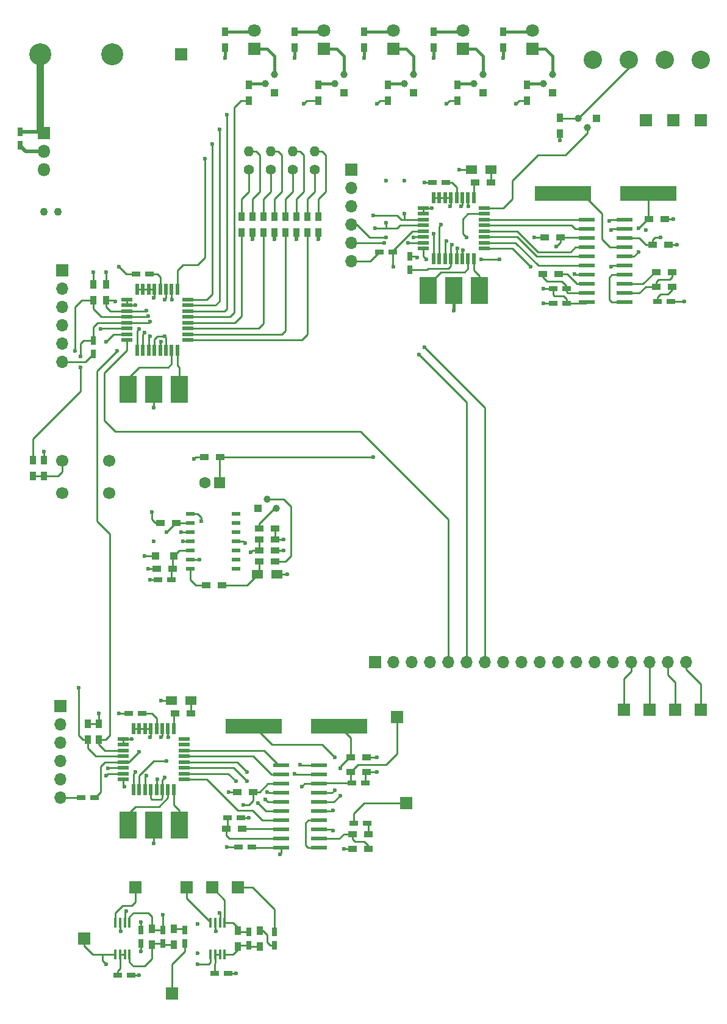
<source format=gbr>
G04 #@! TF.FileFunction,Copper,L1,Top,Signal*
%FSLAX46Y46*%
G04 Gerber Fmt 4.6, Leading zero omitted, Abs format (unit mm)*
G04 Created by KiCad (PCBNEW 4.0.6) date 01/13/18 17:56:14*
%MOMM*%
%LPD*%
G01*
G04 APERTURE LIST*
%ADD10C,0.100000*%
%ADD11R,0.550000X1.600000*%
%ADD12R,1.600000X0.550000*%
%ADD13C,1.000000*%
%ADD14R,1.000000X1.000000*%
%ADD15C,1.100000*%
%ADD16R,1.700000X1.700000*%
%ADD17O,1.700000X1.700000*%
%ADD18C,1.700000*%
%ADD19R,2.200000X0.600000*%
%ADD20R,0.450000X1.450000*%
%ADD21R,0.750000X1.200000*%
%ADD22R,1.200000X0.750000*%
%ADD23R,1.600000X1.600000*%
%ADD24C,1.600000*%
%ADD25R,1.500000X1.300000*%
%ADD26C,3.048000*%
%ADD27C,2.540000*%
%ADD28R,0.900000X1.200000*%
%ADD29R,1.200000X0.900000*%
%ADD30R,1.143000X0.508000*%
%ADD31R,1.800000X1.800000*%
%ADD32C,1.800000*%
%ADD33O,1.800000X1.800000*%
%ADD34R,7.875000X2.000000*%
%ADD35R,2.450000X3.800000*%
%ADD36C,1.400000*%
%ADD37O,1.400000X1.400000*%
%ADD38C,0.600000*%
%ADD39C,0.508000*%
%ADD40C,1.016000*%
%ADD41C,0.250000*%
%ADD42C,0.381000*%
G04 APERTURE END LIST*
D10*
D11*
X236976000Y-46922000D03*
X237776000Y-46922000D03*
X238576000Y-46922000D03*
X239376000Y-46922000D03*
X240176000Y-46922000D03*
X240976000Y-46922000D03*
X241776000Y-46922000D03*
X242576000Y-46922000D03*
D12*
X244026000Y-45472000D03*
X244026000Y-44672000D03*
X244026000Y-43872000D03*
X244026000Y-43072000D03*
X244026000Y-42272000D03*
X244026000Y-41472000D03*
X244026000Y-40672000D03*
X244026000Y-39872000D03*
D11*
X242576000Y-38422000D03*
X241776000Y-38422000D03*
X240976000Y-38422000D03*
X240176000Y-38422000D03*
X239376000Y-38422000D03*
X238576000Y-38422000D03*
X237776000Y-38422000D03*
X236976000Y-38422000D03*
D12*
X235526000Y-39872000D03*
X235526000Y-40672000D03*
X235526000Y-41472000D03*
X235526000Y-42272000D03*
X235526000Y-43072000D03*
X235526000Y-43872000D03*
X235526000Y-44672000D03*
X235526000Y-45472000D03*
D13*
X213614000Y-22606000D03*
X214884000Y-21336000D03*
D14*
X214884000Y-23876000D03*
D15*
X182880000Y-40386000D03*
X184880000Y-40386000D03*
D16*
X228854000Y-102870000D03*
D17*
X231394000Y-102870000D03*
X233934000Y-102870000D03*
X236474000Y-102870000D03*
X239014000Y-102870000D03*
X241554000Y-102870000D03*
X244094000Y-102870000D03*
X246634000Y-102870000D03*
X249174000Y-102870000D03*
X251714000Y-102870000D03*
X254254000Y-102870000D03*
X256794000Y-102870000D03*
X259334000Y-102870000D03*
X261874000Y-102870000D03*
X264414000Y-102870000D03*
X266954000Y-102870000D03*
X269494000Y-102870000D03*
X272034000Y-102870000D03*
D16*
X225552000Y-34544000D03*
D17*
X225552000Y-37084000D03*
X225552000Y-39624000D03*
X225552000Y-42164000D03*
X225552000Y-44704000D03*
X225552000Y-47244000D03*
D16*
X185420000Y-48514000D03*
D17*
X185420000Y-51054000D03*
X185420000Y-53594000D03*
X185420000Y-56134000D03*
X185420000Y-58674000D03*
X185420000Y-61214000D03*
D13*
X258318000Y-28702000D03*
X257048000Y-27432000D03*
D14*
X259588000Y-27432000D03*
D13*
X223266000Y-22606000D03*
X224536000Y-21336000D03*
D14*
X224536000Y-23876000D03*
D13*
X232918000Y-22606000D03*
X234188000Y-21336000D03*
D14*
X234188000Y-23876000D03*
D13*
X242570000Y-22606000D03*
X243840000Y-21336000D03*
D14*
X243840000Y-23876000D03*
D13*
X252222000Y-22606000D03*
X253492000Y-21336000D03*
D14*
X253492000Y-23876000D03*
D13*
X213868000Y-80264000D03*
X215138000Y-81534000D03*
D14*
X212598000Y-81534000D03*
D18*
X191920000Y-79430000D03*
X185420000Y-79430000D03*
X191920000Y-74930000D03*
X185420000Y-74930000D03*
D19*
X215840000Y-128651000D03*
X221040000Y-128651000D03*
X215840000Y-127381000D03*
X221040000Y-127381000D03*
X215840000Y-126111000D03*
X221040000Y-126111000D03*
X215840000Y-124841000D03*
X221040000Y-124841000D03*
X215840000Y-123571000D03*
X221040000Y-123571000D03*
X215840000Y-122301000D03*
X221040000Y-122301000D03*
X215840000Y-121031000D03*
X221040000Y-121031000D03*
X215840000Y-119761000D03*
X221040000Y-119761000D03*
X215840000Y-118491000D03*
X221040000Y-118491000D03*
X215840000Y-117221000D03*
X221040000Y-117221000D03*
D20*
X192827000Y-143424000D03*
X193477000Y-143424000D03*
X194127000Y-143424000D03*
X194777000Y-143424000D03*
X194777000Y-139024000D03*
X194127000Y-139024000D03*
X193477000Y-139024000D03*
X192827000Y-139024000D03*
D21*
X179578000Y-29276000D03*
X179578000Y-31176000D03*
D22*
X268036000Y-52832000D03*
X269936000Y-52832000D03*
X227772000Y-125222000D03*
X225872000Y-125222000D03*
X227518000Y-119634000D03*
X225618000Y-119634000D03*
X255458000Y-51054000D03*
X253558000Y-51054000D03*
X208346000Y-124460000D03*
X210246000Y-124460000D03*
X255458000Y-53086000D03*
X253558000Y-53086000D03*
X211770000Y-128524000D03*
X209870000Y-128524000D03*
X196530000Y-109982000D03*
X194630000Y-109982000D03*
X188026000Y-121666000D03*
X189926000Y-121666000D03*
D23*
X207264000Y-77978000D03*
D24*
X205264000Y-77978000D03*
D22*
X200594000Y-91440000D03*
X198694000Y-91440000D03*
D21*
X214884000Y-142174000D03*
X214884000Y-140274000D03*
X202438000Y-140020000D03*
X202438000Y-141920000D03*
D22*
X206568000Y-146050000D03*
X208468000Y-146050000D03*
X193106000Y-146304000D03*
X195006000Y-146304000D03*
D21*
X211328000Y-140274000D03*
X211328000Y-142174000D03*
X199390000Y-140020000D03*
X199390000Y-141920000D03*
X196342000Y-140020000D03*
X196342000Y-141920000D03*
D25*
X215218000Y-90678000D03*
X212518000Y-90678000D03*
D26*
X182372000Y-18542000D03*
X192372000Y-18542000D03*
D27*
X274066000Y-19304000D03*
X269066000Y-19304000D03*
X264066000Y-19304000D03*
X259066000Y-19304000D03*
D16*
X185166000Y-108966000D03*
D17*
X185166000Y-111506000D03*
X185166000Y-114046000D03*
X185166000Y-116586000D03*
X185166000Y-119126000D03*
X185166000Y-121666000D03*
D28*
X254508000Y-27348000D03*
X254508000Y-29548000D03*
D29*
X266870000Y-41402000D03*
X269070000Y-41402000D03*
X225468000Y-116078000D03*
X227668000Y-116078000D03*
X267886000Y-50800000D03*
X270086000Y-50800000D03*
X225722000Y-126746000D03*
X227922000Y-126746000D03*
X269578000Y-44958000D03*
X267378000Y-44958000D03*
X227668000Y-118110000D03*
X225468000Y-118110000D03*
X267886000Y-48768000D03*
X270086000Y-48768000D03*
X225722000Y-128778000D03*
X227922000Y-128778000D03*
X254338000Y-49022000D03*
X252138000Y-49022000D03*
X210396000Y-125984000D03*
X208196000Y-125984000D03*
X254592000Y-43942000D03*
X252392000Y-43942000D03*
X211920000Y-120904000D03*
X209720000Y-120904000D03*
D28*
X211328000Y-22776000D03*
X211328000Y-24976000D03*
X208026000Y-15410000D03*
X208026000Y-17610000D03*
X220980000Y-22776000D03*
X220980000Y-24976000D03*
X217678000Y-15410000D03*
X217678000Y-17610000D03*
X230632000Y-22776000D03*
X230632000Y-24976000D03*
X227330000Y-15410000D03*
X227330000Y-17610000D03*
X240284000Y-22776000D03*
X240284000Y-24976000D03*
X236982000Y-15410000D03*
X236982000Y-17610000D03*
X249936000Y-22776000D03*
X249936000Y-24976000D03*
X246634000Y-15410000D03*
X246634000Y-17610000D03*
X182880000Y-77046000D03*
X182880000Y-74846000D03*
X181356000Y-74846000D03*
X181356000Y-77046000D03*
X220980000Y-41064000D03*
X220980000Y-43264000D03*
X219456000Y-43264000D03*
X219456000Y-41064000D03*
X217932000Y-41064000D03*
X217932000Y-43264000D03*
X216408000Y-43264000D03*
X216408000Y-41064000D03*
X214884000Y-41064000D03*
X214884000Y-43264000D03*
X213360000Y-43264000D03*
X213360000Y-41064000D03*
X211836000Y-41064000D03*
X211836000Y-43264000D03*
X210312000Y-43264000D03*
X210312000Y-41064000D03*
D29*
X207348000Y-74422000D03*
X205148000Y-74422000D03*
X201252000Y-83566000D03*
X199052000Y-83566000D03*
X200744000Y-89916000D03*
X198544000Y-89916000D03*
X212768000Y-85852000D03*
X214968000Y-85852000D03*
X212768000Y-87376000D03*
X214968000Y-87376000D03*
X207602000Y-92202000D03*
X205402000Y-92202000D03*
X214968000Y-88900000D03*
X212768000Y-88900000D03*
X212768000Y-84328000D03*
X214968000Y-84328000D03*
D28*
X212852000Y-140124000D03*
X212852000Y-142324000D03*
X200914000Y-139870000D03*
X200914000Y-142070000D03*
X209804000Y-142324000D03*
X209804000Y-140124000D03*
X197866000Y-142070000D03*
X197866000Y-139870000D03*
D19*
X258258000Y-52959000D03*
X263458000Y-52959000D03*
X258258000Y-51689000D03*
X263458000Y-51689000D03*
X258258000Y-50419000D03*
X263458000Y-50419000D03*
X258258000Y-49149000D03*
X263458000Y-49149000D03*
X258258000Y-47879000D03*
X263458000Y-47879000D03*
X258258000Y-46609000D03*
X263458000Y-46609000D03*
X258258000Y-45339000D03*
X263458000Y-45339000D03*
X258258000Y-44069000D03*
X263458000Y-44069000D03*
X258258000Y-42799000D03*
X263458000Y-42799000D03*
X258258000Y-41529000D03*
X263458000Y-41529000D03*
D30*
X203200000Y-82296000D03*
X203200000Y-83566000D03*
X203200000Y-84836000D03*
X203200000Y-86106000D03*
X203200000Y-87376000D03*
X203200000Y-88646000D03*
X203200000Y-89916000D03*
X209550000Y-89916000D03*
X209550000Y-88646000D03*
X209550000Y-86106000D03*
X209550000Y-84836000D03*
X209550000Y-83566000D03*
X209550000Y-82296000D03*
X209550000Y-87376000D03*
D20*
X206035000Y-143424000D03*
X206685000Y-143424000D03*
X207335000Y-143424000D03*
X207985000Y-143424000D03*
X207985000Y-139024000D03*
X207335000Y-139024000D03*
X206685000Y-139024000D03*
X206035000Y-139024000D03*
D31*
X212090000Y-17780000D03*
D32*
X212090000Y-15240000D03*
D31*
X221742000Y-17780000D03*
D32*
X221742000Y-15240000D03*
D31*
X231394000Y-17780000D03*
D32*
X231394000Y-15240000D03*
D31*
X241046000Y-17780000D03*
D32*
X241046000Y-15240000D03*
D31*
X250698000Y-17780000D03*
D32*
X250698000Y-15240000D03*
D31*
X182880000Y-29464000D03*
D33*
X182880000Y-32004000D03*
X182880000Y-34544000D03*
D34*
X266795500Y-37846000D03*
X254920500Y-37846000D03*
X223869500Y-111760000D03*
X211994500Y-111760000D03*
D14*
X200894000Y-88138000D03*
X198394000Y-88138000D03*
D16*
X274066000Y-109474000D03*
X270510000Y-109474000D03*
X274066000Y-27686000D03*
X231902000Y-110490000D03*
X270256000Y-27686000D03*
X206248000Y-134112000D03*
X263398000Y-109474000D03*
X195580000Y-134112000D03*
X202692000Y-134112000D03*
X266954000Y-109474000D03*
X188468000Y-141224000D03*
X201930000Y-18542000D03*
X233172000Y-122428000D03*
X266446000Y-27686000D03*
X209804000Y-134112000D03*
X200660000Y-148844000D03*
D21*
X233680000Y-48448000D03*
X233680000Y-46548000D03*
D22*
X238694000Y-36322000D03*
X236794000Y-36322000D03*
X229428000Y-45974000D03*
X231328000Y-45974000D03*
X197546000Y-49022000D03*
X195646000Y-49022000D03*
D21*
X189738000Y-60132000D03*
X189738000Y-58232000D03*
D25*
X200580000Y-108204000D03*
X203280000Y-108204000D03*
X242236000Y-34544000D03*
X244936000Y-34544000D03*
D28*
X188976000Y-111422000D03*
X188976000Y-113622000D03*
X190500000Y-111422000D03*
X190500000Y-113622000D03*
D29*
X203284000Y-109982000D03*
X201084000Y-109982000D03*
X244940000Y-36322000D03*
X242740000Y-36322000D03*
D28*
X189738000Y-50462000D03*
X189738000Y-52662000D03*
X191516000Y-50462000D03*
X191516000Y-52662000D03*
D35*
X194570000Y-125476000D03*
X198120000Y-125476000D03*
X201670000Y-125476000D03*
X236226000Y-51308000D03*
X239776000Y-51308000D03*
X243326000Y-51308000D03*
X194570000Y-65024000D03*
X198120000Y-65024000D03*
X201670000Y-65024000D03*
D11*
X195320000Y-120582000D03*
X196120000Y-120582000D03*
X196920000Y-120582000D03*
X197720000Y-120582000D03*
X198520000Y-120582000D03*
X199320000Y-120582000D03*
X200120000Y-120582000D03*
X200920000Y-120582000D03*
D12*
X202370000Y-119132000D03*
X202370000Y-118332000D03*
X202370000Y-117532000D03*
X202370000Y-116732000D03*
X202370000Y-115932000D03*
X202370000Y-115132000D03*
X202370000Y-114332000D03*
X202370000Y-113532000D03*
D11*
X200920000Y-112082000D03*
X200120000Y-112082000D03*
X199320000Y-112082000D03*
X198520000Y-112082000D03*
X197720000Y-112082000D03*
X196920000Y-112082000D03*
X196120000Y-112082000D03*
X195320000Y-112082000D03*
D12*
X193870000Y-113532000D03*
X193870000Y-114332000D03*
X193870000Y-115132000D03*
X193870000Y-115932000D03*
X193870000Y-116732000D03*
X193870000Y-117532000D03*
X193870000Y-118332000D03*
X193870000Y-119132000D03*
D11*
X195828000Y-59622000D03*
X196628000Y-59622000D03*
X197428000Y-59622000D03*
X198228000Y-59622000D03*
X199028000Y-59622000D03*
X199828000Y-59622000D03*
X200628000Y-59622000D03*
X201428000Y-59622000D03*
D12*
X202878000Y-58172000D03*
X202878000Y-57372000D03*
X202878000Y-56572000D03*
X202878000Y-55772000D03*
X202878000Y-54972000D03*
X202878000Y-54172000D03*
X202878000Y-53372000D03*
X202878000Y-52572000D03*
D11*
X201428000Y-51122000D03*
X200628000Y-51122000D03*
X199828000Y-51122000D03*
X199028000Y-51122000D03*
X198228000Y-51122000D03*
X197428000Y-51122000D03*
X196628000Y-51122000D03*
X195828000Y-51122000D03*
D12*
X194378000Y-52572000D03*
X194378000Y-53372000D03*
X194378000Y-54172000D03*
X194378000Y-54972000D03*
X194378000Y-55772000D03*
X194378000Y-56572000D03*
X194378000Y-57372000D03*
X194378000Y-58172000D03*
D36*
X220472000Y-34544000D03*
D37*
X220472000Y-32004000D03*
D36*
X217424000Y-34544000D03*
D37*
X217424000Y-32004000D03*
D36*
X214376000Y-34544000D03*
D37*
X214376000Y-32004000D03*
D36*
X211328000Y-34544000D03*
D37*
X211328000Y-32004000D03*
D38*
X200660000Y-52578000D03*
X191516000Y-48768000D03*
X239522000Y-44958000D03*
X241046000Y-45720000D03*
X199644000Y-57658000D03*
X199644000Y-118872000D03*
X189738000Y-48768000D03*
X190500000Y-109982000D03*
X232918000Y-36068000D03*
X230378000Y-36068000D03*
X200152000Y-113284000D03*
X208534000Y-120904000D03*
X211328000Y-124460000D03*
X215646000Y-129540000D03*
X182880000Y-73660000D03*
X241808000Y-39624000D03*
X254508000Y-30480000D03*
X220980000Y-44196000D03*
X217932000Y-44196000D03*
X214884000Y-44196000D03*
X211836000Y-44196000D03*
X203708000Y-74676000D03*
X207264000Y-137668000D03*
X204216000Y-139192000D03*
X196342000Y-138938000D03*
X194310000Y-137414000D03*
X202184000Y-86106000D03*
X216154000Y-85852000D03*
X252222000Y-51054000D03*
X250952000Y-43942000D03*
X246634000Y-19050000D03*
X236982000Y-19050000D03*
X227330000Y-19050000D03*
X217678000Y-19050000D03*
X208026000Y-19050000D03*
X268478000Y-43942000D03*
X218694000Y-120142000D03*
X199390000Y-137922000D03*
X271780000Y-52832000D03*
X204724000Y-83312000D03*
X196850000Y-88138000D03*
X196850000Y-57150000D03*
X234950000Y-60198000D03*
X196088000Y-56642000D03*
X235712000Y-59182000D03*
X241554000Y-43942000D03*
X235966000Y-46990000D03*
X243586000Y-46990000D03*
X246126000Y-46990000D03*
X254000000Y-45212000D03*
X210566000Y-122682000D03*
X194056000Y-120142000D03*
X218948000Y-25400000D03*
X208280000Y-26924000D03*
X207264000Y-28956000D03*
X229108000Y-25400000D03*
X238760000Y-25400000D03*
X206248000Y-30988000D03*
X248412000Y-25400000D03*
X205232000Y-33020000D03*
X196088000Y-115316000D03*
X187960000Y-60452000D03*
X187960000Y-61976000D03*
X231394000Y-48006000D03*
X197612000Y-55626000D03*
X228600000Y-74422000D03*
X204216000Y-144780000D03*
X191516000Y-144780000D03*
X256540000Y-49022000D03*
X250444000Y-48006000D03*
X223266000Y-116078000D03*
X223266000Y-120650000D03*
X261620000Y-42926000D03*
X236982000Y-43434000D03*
X261366000Y-41656000D03*
X237998000Y-42164000D03*
X209550000Y-119380000D03*
X212598000Y-122428000D03*
X213614000Y-121920000D03*
X211074000Y-119380000D03*
X211074000Y-118110000D03*
X213868000Y-120904000D03*
X217678000Y-118364000D03*
X195580000Y-118110000D03*
X218440000Y-117094000D03*
X199898000Y-116586000D03*
X187706000Y-106426000D03*
X187198000Y-59690000D03*
X228854000Y-42672000D03*
X197358000Y-54864000D03*
X230378000Y-41910000D03*
X192786000Y-52832000D03*
X193040000Y-59690000D03*
X228600000Y-40894000D03*
X197104000Y-54102000D03*
X232918000Y-40640000D03*
X199644000Y-52578000D03*
X197612000Y-57658000D03*
X238760000Y-44450000D03*
X240284000Y-45466000D03*
X193294000Y-48006000D03*
X197866000Y-82042000D03*
X199136000Y-58420000D03*
X229108000Y-116078000D03*
X208280000Y-128524000D03*
X234696000Y-46736000D03*
X193294000Y-109982000D03*
X198120000Y-128016000D03*
X197104000Y-118618000D03*
X198628000Y-119126000D03*
X195072000Y-113538000D03*
X197612000Y-113284000D03*
X199136000Y-113284000D03*
X199136000Y-108204000D03*
X223012000Y-123444000D03*
X229108000Y-118110000D03*
X235712000Y-36322000D03*
X240792000Y-39624000D03*
X236728000Y-39878000D03*
X198120000Y-52324000D03*
X198120000Y-67564000D03*
X195580000Y-53340000D03*
X210820000Y-86360000D03*
X206756000Y-140208000D03*
X204216000Y-143256000D03*
X196088000Y-146304000D03*
X209550000Y-146050000D03*
X196342000Y-143002000D03*
X193548000Y-140208000D03*
X197358000Y-89916000D03*
X197612000Y-91440000D03*
X198120000Y-86106000D03*
X216662000Y-90678000D03*
X216154000Y-87376000D03*
X266446000Y-42926000D03*
X270764000Y-44958000D03*
X270256000Y-41402000D03*
X261620000Y-48006000D03*
X252222000Y-53086000D03*
X239268000Y-39624000D03*
X239776000Y-54102000D03*
X240538000Y-34544000D03*
X204470000Y-88646000D03*
X211582000Y-87630000D03*
X201930000Y-84836000D03*
X265430000Y-45974000D03*
X265430000Y-42672000D03*
X224028000Y-121412000D03*
X224028000Y-117602000D03*
X223012000Y-126238000D03*
X224536000Y-128778000D03*
X199898000Y-84836000D03*
X191770000Y-117602000D03*
X191516000Y-118618000D03*
X230378000Y-43942000D03*
X234188000Y-43942000D03*
X233426000Y-44704000D03*
X230124000Y-44704000D03*
X190754000Y-56642000D03*
X191516000Y-58420000D03*
D39*
X179578000Y-29276000D02*
X182692000Y-29276000D01*
X182692000Y-29276000D02*
X182880000Y-29464000D01*
D40*
X182372000Y-18542000D02*
X182372000Y-28956000D01*
X182372000Y-28956000D02*
X182880000Y-29464000D01*
D41*
X200628000Y-51122000D02*
X200628000Y-52546000D01*
X200628000Y-52546000D02*
X200660000Y-52578000D01*
X191516000Y-50462000D02*
X191516000Y-48768000D01*
X239376000Y-46922000D02*
X239376000Y-45104000D01*
X239376000Y-45104000D02*
X239522000Y-44958000D01*
X240976000Y-46922000D02*
X240976000Y-45790000D01*
X240976000Y-45790000D02*
X241046000Y-45720000D01*
X233680000Y-48448000D02*
X236032000Y-48448000D01*
X239376000Y-47898000D02*
X239376000Y-46922000D01*
X239014000Y-48260000D02*
X239376000Y-47898000D01*
X236220000Y-48260000D02*
X239014000Y-48260000D01*
X236032000Y-48448000D02*
X236220000Y-48260000D01*
X198228000Y-59622000D02*
X198228000Y-58058000D01*
X199828000Y-57842000D02*
X199644000Y-57658000D01*
X199828000Y-57842000D02*
X199828000Y-59622000D01*
X198628000Y-57658000D02*
X199644000Y-57658000D01*
X198228000Y-58058000D02*
X198628000Y-57658000D01*
X199320000Y-120582000D02*
X199320000Y-119196000D01*
X199320000Y-119196000D02*
X199644000Y-118872000D01*
X197720000Y-120582000D02*
X197720000Y-121774000D01*
X199320000Y-121736000D02*
X199320000Y-120582000D01*
X199136000Y-121920000D02*
X199320000Y-121736000D01*
X197866000Y-121920000D02*
X199136000Y-121920000D01*
X197720000Y-121774000D02*
X197866000Y-121920000D01*
X189738000Y-50462000D02*
X189738000Y-48768000D01*
X188976000Y-111422000D02*
X190500000Y-111422000D01*
X190500000Y-111422000D02*
X190500000Y-109982000D01*
X200120000Y-112082000D02*
X200120000Y-113252000D01*
X200120000Y-113252000D02*
X200152000Y-113284000D01*
X209720000Y-120904000D02*
X208534000Y-120904000D01*
X210246000Y-124460000D02*
X211328000Y-124460000D01*
X215840000Y-128651000D02*
X215840000Y-129346000D01*
X215840000Y-129346000D02*
X215646000Y-129540000D01*
X215840000Y-128651000D02*
X211897000Y-128651000D01*
X211897000Y-128651000D02*
X211770000Y-128524000D01*
X182880000Y-74846000D02*
X182880000Y-73660000D01*
X241776000Y-38422000D02*
X241776000Y-39592000D01*
X241776000Y-39592000D02*
X241808000Y-39624000D01*
X254508000Y-29548000D02*
X254508000Y-30480000D01*
D39*
X220980000Y-43264000D02*
X220980000Y-44196000D01*
X217932000Y-43264000D02*
X217932000Y-44196000D01*
X214884000Y-43264000D02*
X214884000Y-44196000D01*
X211836000Y-43264000D02*
X211836000Y-44196000D01*
D41*
X205148000Y-74422000D02*
X203962000Y-74422000D01*
X203962000Y-74422000D02*
X203708000Y-74676000D01*
X207335000Y-139024000D02*
X207335000Y-137739000D01*
X207335000Y-137739000D02*
X207264000Y-137668000D01*
X196342000Y-140020000D02*
X196342000Y-138938000D01*
X194127000Y-139024000D02*
X194127000Y-137597000D01*
X194127000Y-137597000D02*
X194310000Y-137414000D01*
X203200000Y-86106000D02*
X202184000Y-86106000D01*
X214968000Y-85852000D02*
X216154000Y-85852000D01*
X214968000Y-85852000D02*
X214968000Y-84328000D01*
X253558000Y-51054000D02*
X252222000Y-51054000D01*
X252392000Y-43942000D02*
X250952000Y-43942000D01*
X253558000Y-51054000D02*
X253558000Y-51882000D01*
X255458000Y-52512000D02*
X255458000Y-53086000D01*
X255016000Y-52070000D02*
X255458000Y-52512000D01*
X253746000Y-52070000D02*
X255016000Y-52070000D01*
X253558000Y-51882000D02*
X253746000Y-52070000D01*
X255458000Y-53086000D02*
X258131000Y-53086000D01*
X258131000Y-53086000D02*
X258258000Y-52959000D01*
D42*
X246634000Y-17610000D02*
X246634000Y-19050000D01*
X236982000Y-17610000D02*
X236982000Y-19050000D01*
X227330000Y-17610000D02*
X227330000Y-19050000D01*
X217678000Y-17610000D02*
X217678000Y-19050000D01*
X208026000Y-17610000D02*
X208026000Y-19050000D01*
D41*
X227922000Y-126746000D02*
X227922000Y-125372000D01*
X227922000Y-125372000D02*
X227772000Y-125222000D01*
X263458000Y-44069000D02*
X265557000Y-44069000D01*
X266446000Y-44958000D02*
X267378000Y-44958000D01*
X265557000Y-44069000D02*
X266446000Y-44958000D01*
X267378000Y-44280000D02*
X267378000Y-44958000D01*
X267716000Y-43942000D02*
X267378000Y-44280000D01*
X268478000Y-43942000D02*
X267716000Y-43942000D01*
X199390000Y-140020000D02*
X199390000Y-137922000D01*
X219075000Y-119761000D02*
X221040000Y-119761000D01*
X218694000Y-120142000D02*
X219075000Y-119761000D01*
X225618000Y-119634000D02*
X221167000Y-119634000D01*
X221167000Y-119634000D02*
X221040000Y-119761000D01*
X225468000Y-118110000D02*
X225468000Y-119484000D01*
X225468000Y-119484000D02*
X225618000Y-119634000D01*
X231902000Y-110490000D02*
X231902000Y-115570000D01*
X226484000Y-117094000D02*
X225468000Y-118110000D01*
X230378000Y-117094000D02*
X226484000Y-117094000D01*
X231902000Y-115570000D02*
X230378000Y-117094000D01*
X194777000Y-139024000D02*
X194777000Y-138217000D01*
X197866000Y-138176000D02*
X197866000Y-139870000D01*
X197358000Y-137668000D02*
X197866000Y-138176000D01*
X195326000Y-137668000D02*
X197358000Y-137668000D01*
X194777000Y-138217000D02*
X195326000Y-137668000D01*
X199390000Y-140020000D02*
X198016000Y-140020000D01*
X198016000Y-140020000D02*
X197866000Y-139870000D01*
X208346000Y-124460000D02*
X208346000Y-125834000D01*
X208346000Y-125834000D02*
X208196000Y-125984000D01*
X215840000Y-127381000D02*
X208661000Y-127381000D01*
X208196000Y-126916000D02*
X208196000Y-125984000D01*
X208661000Y-127381000D02*
X208196000Y-126916000D01*
X214884000Y-142174000D02*
X214310000Y-142174000D01*
X213868000Y-140716000D02*
X213276000Y-140124000D01*
X213868000Y-141732000D02*
X213868000Y-140716000D01*
X214310000Y-142174000D02*
X213868000Y-141732000D01*
X213276000Y-140124000D02*
X212852000Y-140124000D01*
X200914000Y-139870000D02*
X202288000Y-139870000D01*
X202288000Y-139870000D02*
X202438000Y-140020000D01*
X271780000Y-52832000D02*
X269936000Y-52832000D01*
X207985000Y-139024000D02*
X209128000Y-139024000D01*
X209128000Y-139024000D02*
X209804000Y-139700000D01*
X209804000Y-139700000D02*
X209804000Y-140124000D01*
X211328000Y-140274000D02*
X209954000Y-140274000D01*
X209954000Y-140274000D02*
X209804000Y-140124000D01*
X207985000Y-139024000D02*
X207985000Y-135849000D01*
X207985000Y-135849000D02*
X206248000Y-134112000D01*
X193106000Y-146304000D02*
X193106000Y-145730000D01*
X193477000Y-145359000D02*
X193477000Y-143424000D01*
X193106000Y-145730000D02*
X193477000Y-145359000D01*
X194127000Y-143424000D02*
X193477000Y-143424000D01*
X269494000Y-102870000D02*
X269494000Y-104648000D01*
X270510000Y-105664000D02*
X270510000Y-109474000D01*
X269494000Y-104648000D02*
X270510000Y-105664000D01*
X212852000Y-142324000D02*
X211478000Y-142324000D01*
X211478000Y-142324000D02*
X211328000Y-142174000D01*
X211328000Y-142174000D02*
X209954000Y-142174000D01*
X209954000Y-142174000D02*
X209804000Y-142324000D01*
X209804000Y-142324000D02*
X209804000Y-142748000D01*
X209804000Y-142748000D02*
X209128000Y-143424000D01*
X209128000Y-143424000D02*
X207985000Y-143424000D01*
D42*
X231394000Y-17780000D02*
X233172000Y-17780000D01*
X234188000Y-18796000D02*
X234188000Y-21336000D01*
X233172000Y-17780000D02*
X234188000Y-18796000D01*
X227330000Y-15410000D02*
X231224000Y-15410000D01*
X231224000Y-15410000D02*
X231394000Y-15240000D01*
X241046000Y-17780000D02*
X242824000Y-17780000D01*
X243840000Y-18796000D02*
X243840000Y-21336000D01*
X242824000Y-17780000D02*
X243840000Y-18796000D01*
X236982000Y-15410000D02*
X240876000Y-15410000D01*
X240876000Y-15410000D02*
X241046000Y-15240000D01*
X250698000Y-17780000D02*
X252476000Y-17780000D01*
X253492000Y-18796000D02*
X253492000Y-21336000D01*
X252476000Y-17780000D02*
X253492000Y-18796000D01*
X246634000Y-15410000D02*
X250528000Y-15410000D01*
X250528000Y-15410000D02*
X250698000Y-15240000D01*
D41*
X204216000Y-82296000D02*
X203200000Y-82296000D01*
X204724000Y-82804000D02*
X204216000Y-82296000D01*
X204724000Y-83312000D02*
X204724000Y-82804000D01*
X198394000Y-88138000D02*
X196850000Y-88138000D01*
X212518000Y-90678000D02*
X212518000Y-90758000D01*
X212518000Y-90758000D02*
X211074000Y-92202000D01*
X211074000Y-92202000D02*
X207602000Y-92202000D01*
X212768000Y-88900000D02*
X212768000Y-90428000D01*
X212768000Y-90428000D02*
X212518000Y-90678000D01*
X194378000Y-58172000D02*
X194378000Y-59622000D01*
X239014000Y-83058000D02*
X239014000Y-102870000D01*
X226822000Y-70866000D02*
X239014000Y-83058000D01*
X192786000Y-70866000D02*
X226822000Y-70866000D01*
X191262000Y-69342000D02*
X192786000Y-70866000D01*
X191262000Y-62738000D02*
X191262000Y-69342000D01*
X194378000Y-59622000D02*
X191262000Y-62738000D01*
X196628000Y-57372000D02*
X196850000Y-57150000D01*
X196628000Y-59622000D02*
X196628000Y-57372000D01*
X241554000Y-66802000D02*
X241554000Y-102870000D01*
X234950000Y-60198000D02*
X241554000Y-66802000D01*
X244094000Y-102870000D02*
X244094000Y-67564000D01*
X195828000Y-56902000D02*
X196088000Y-56642000D01*
X195828000Y-56902000D02*
X195828000Y-59622000D01*
X244094000Y-67564000D02*
X235712000Y-59182000D01*
X264414000Y-102870000D02*
X264414000Y-104140000D01*
X263398000Y-105156000D02*
X263398000Y-109474000D01*
X264414000Y-104140000D02*
X263398000Y-105156000D01*
X266954000Y-102870000D02*
X266954000Y-109474000D01*
X272034000Y-102870000D02*
X272034000Y-103886000D01*
X274066000Y-105918000D02*
X274066000Y-109474000D01*
X272034000Y-103886000D02*
X274066000Y-105918000D01*
X264066000Y-19304000D02*
X264066000Y-20414000D01*
X264066000Y-20414000D02*
X257048000Y-27432000D01*
X257048000Y-27432000D02*
X254592000Y-27432000D01*
X254592000Y-27432000D02*
X254508000Y-27348000D01*
X258318000Y-28702000D02*
X258318000Y-29464000D01*
X246640000Y-39872000D02*
X244026000Y-39872000D01*
X247904000Y-38608000D02*
X246640000Y-39872000D01*
X247904000Y-36068000D02*
X247904000Y-38608000D01*
X251460000Y-32512000D02*
X247904000Y-36068000D01*
X255270000Y-32512000D02*
X251460000Y-32512000D01*
X258318000Y-29464000D02*
X255270000Y-32512000D01*
D42*
X213614000Y-22606000D02*
X211498000Y-22606000D01*
X211498000Y-22606000D02*
X211328000Y-22776000D01*
X223266000Y-22606000D02*
X221150000Y-22606000D01*
X221150000Y-22606000D02*
X220980000Y-22776000D01*
X232918000Y-22606000D02*
X230802000Y-22606000D01*
X230802000Y-22606000D02*
X230632000Y-22776000D01*
X242570000Y-22606000D02*
X240454000Y-22606000D01*
X240454000Y-22606000D02*
X240284000Y-22776000D01*
X252222000Y-22606000D02*
X250106000Y-22606000D01*
X250106000Y-22606000D02*
X249936000Y-22776000D01*
D41*
X214968000Y-88900000D02*
X216408000Y-88900000D01*
X216154000Y-80264000D02*
X213868000Y-80264000D01*
X217170000Y-81280000D02*
X216154000Y-80264000D01*
X217170000Y-88138000D02*
X217170000Y-81280000D01*
X216408000Y-88900000D02*
X217170000Y-88138000D01*
X241776000Y-40672000D02*
X244026000Y-40672000D01*
X241046000Y-41402000D02*
X241776000Y-40672000D01*
X241046000Y-43434000D02*
X241046000Y-41402000D01*
X241554000Y-43942000D02*
X241046000Y-43434000D01*
X215138000Y-81534000D02*
X214884000Y-81534000D01*
X214884000Y-81534000D02*
X212768000Y-83650000D01*
X212768000Y-83650000D02*
X212768000Y-84328000D01*
X254592000Y-43942000D02*
X254592000Y-44620000D01*
X235526000Y-46550000D02*
X235526000Y-45472000D01*
X235966000Y-46990000D02*
X235526000Y-46550000D01*
X246126000Y-46990000D02*
X243586000Y-46990000D01*
X254592000Y-44620000D02*
X254000000Y-45212000D01*
X254592000Y-43942000D02*
X258131000Y-43942000D01*
X258131000Y-43942000D02*
X258258000Y-44069000D01*
X193870000Y-119132000D02*
X193870000Y-119956000D01*
X211920000Y-122090000D02*
X211920000Y-120904000D01*
X211328000Y-122682000D02*
X211920000Y-122090000D01*
X210566000Y-122682000D02*
X211328000Y-122682000D01*
X193870000Y-119956000D02*
X194056000Y-120142000D01*
X215840000Y-119761000D02*
X213995000Y-119761000D01*
X212852000Y-120904000D02*
X211920000Y-120904000D01*
X213995000Y-119761000D02*
X212852000Y-120904000D01*
X211328000Y-24976000D02*
X210228000Y-24976000D01*
X208680000Y-54972000D02*
X202878000Y-54972000D01*
X209296000Y-54356000D02*
X208680000Y-54972000D01*
X209296000Y-25908000D02*
X209296000Y-54356000D01*
X210228000Y-24976000D02*
X209296000Y-25908000D01*
X220980000Y-24976000D02*
X219372000Y-24976000D01*
X219372000Y-24976000D02*
X218948000Y-25400000D01*
X208280000Y-26924000D02*
X208280000Y-53848000D01*
X208280000Y-53848000D02*
X207956000Y-54172000D01*
X207956000Y-54172000D02*
X202878000Y-54172000D01*
X230632000Y-24976000D02*
X229532000Y-24976000D01*
X206724000Y-53372000D02*
X202878000Y-53372000D01*
X207264000Y-52832000D02*
X206724000Y-53372000D01*
X207264000Y-28956000D02*
X207264000Y-52832000D01*
X229532000Y-24976000D02*
X229108000Y-25400000D01*
X240284000Y-24976000D02*
X239184000Y-24976000D01*
X239184000Y-24976000D02*
X238760000Y-25400000D01*
X206248000Y-30988000D02*
X206248000Y-51816000D01*
X206248000Y-51816000D02*
X205492000Y-52572000D01*
X205492000Y-52572000D02*
X202878000Y-52572000D01*
X249936000Y-24976000D02*
X248836000Y-24976000D01*
X248836000Y-24976000D02*
X248412000Y-25400000D01*
X205232000Y-33020000D02*
X205232000Y-46736000D01*
X205232000Y-46736000D02*
X204216000Y-47752000D01*
X204216000Y-47752000D02*
X202184000Y-47752000D01*
X202184000Y-47752000D02*
X201428000Y-48508000D01*
X201428000Y-48508000D02*
X201428000Y-51122000D01*
X254338000Y-49022000D02*
X255524000Y-49022000D01*
X256921000Y-50419000D02*
X258258000Y-50419000D01*
X255524000Y-49022000D02*
X256921000Y-50419000D01*
X193870000Y-116732000D02*
X194672000Y-116732000D01*
X194672000Y-116732000D02*
X196088000Y-115316000D01*
X189926000Y-121666000D02*
X189992000Y-121666000D01*
X189992000Y-121666000D02*
X190754000Y-120904000D01*
X190754000Y-120904000D02*
X190754000Y-117348000D01*
X190754000Y-117348000D02*
X191370000Y-116732000D01*
X191370000Y-116732000D02*
X193870000Y-116732000D01*
X189738000Y-58232000D02*
X188402000Y-58232000D01*
X188402000Y-58232000D02*
X187960000Y-58674000D01*
X187960000Y-58674000D02*
X187960000Y-60452000D01*
X181356000Y-71882000D02*
X181356000Y-74846000D01*
X187960000Y-61976000D02*
X187960000Y-65278000D01*
X187960000Y-65278000D02*
X181356000Y-71882000D01*
X189738000Y-58232000D02*
X189738000Y-56388000D01*
X190354000Y-55772000D02*
X194378000Y-55772000D01*
X189738000Y-56388000D02*
X190354000Y-55772000D01*
X194378000Y-55772000D02*
X197466000Y-55772000D01*
X231328000Y-47940000D02*
X231328000Y-45974000D01*
X231394000Y-48006000D02*
X231328000Y-47940000D01*
X197466000Y-55772000D02*
X197612000Y-55626000D01*
X231328000Y-45974000D02*
X231328000Y-45786000D01*
X231328000Y-45786000D02*
X234042000Y-43072000D01*
X234042000Y-43072000D02*
X235526000Y-43072000D01*
X219456000Y-43264000D02*
X219456000Y-57404000D01*
X218688000Y-58172000D02*
X202878000Y-58172000D01*
X219456000Y-57404000D02*
X218688000Y-58172000D01*
X216408000Y-43264000D02*
X216408000Y-56896000D01*
X215932000Y-57372000D02*
X202878000Y-57372000D01*
X216408000Y-56896000D02*
X215932000Y-57372000D01*
X213360000Y-43264000D02*
X213360000Y-55880000D01*
X212668000Y-56572000D02*
X202878000Y-56572000D01*
X213360000Y-55880000D02*
X212668000Y-56572000D01*
X210312000Y-43264000D02*
X210312000Y-54864000D01*
X209404000Y-55772000D02*
X202878000Y-55772000D01*
X210312000Y-54864000D02*
X209404000Y-55772000D01*
X242576000Y-38422000D02*
X242576000Y-36486000D01*
X242576000Y-36486000D02*
X242740000Y-36322000D01*
X200920000Y-112082000D02*
X200920000Y-110146000D01*
X200920000Y-110146000D02*
X201084000Y-109982000D01*
X200830000Y-111992000D02*
X200920000Y-112082000D01*
X207348000Y-74422000D02*
X228600000Y-74422000D01*
X207348000Y-74422000D02*
X207348000Y-74338000D01*
X207264000Y-77978000D02*
X207264000Y-74506000D01*
X207264000Y-74506000D02*
X207348000Y-74422000D01*
X192827000Y-139024000D02*
X192827000Y-137627000D01*
X195580000Y-136144000D02*
X195580000Y-134112000D01*
X195072000Y-136652000D02*
X195580000Y-136144000D01*
X193802000Y-136652000D02*
X195072000Y-136652000D01*
X192827000Y-137627000D02*
X193802000Y-136652000D01*
X206035000Y-139024000D02*
X206035000Y-138979000D01*
X206035000Y-138979000D02*
X202692000Y-135636000D01*
X202692000Y-135636000D02*
X202692000Y-134112000D01*
X191008000Y-143424000D02*
X191008000Y-144272000D01*
X206035000Y-144485000D02*
X206035000Y-143424000D01*
X205740000Y-144780000D02*
X206035000Y-144485000D01*
X204216000Y-144780000D02*
X205740000Y-144780000D01*
X191008000Y-144272000D02*
X191516000Y-144780000D01*
X206035000Y-143424000D02*
X206035000Y-143469000D01*
X188468000Y-141224000D02*
X188468000Y-142240000D01*
X189652000Y-143424000D02*
X191008000Y-143424000D01*
X191008000Y-143424000D02*
X192827000Y-143424000D01*
X188468000Y-142240000D02*
X189652000Y-143424000D01*
X221040000Y-128651000D02*
X219583000Y-128651000D01*
X219583000Y-124841000D02*
X221040000Y-124841000D01*
X219202000Y-125222000D02*
X219583000Y-124841000D01*
X219202000Y-128270000D02*
X219202000Y-125222000D01*
X219583000Y-128651000D02*
X219202000Y-128270000D01*
X244026000Y-45472000D02*
X247910000Y-45472000D01*
X256667000Y-49149000D02*
X258258000Y-49149000D01*
X256540000Y-49022000D02*
X256667000Y-49149000D01*
X247910000Y-45472000D02*
X250444000Y-48006000D01*
X258258000Y-47879000D02*
X251587000Y-47879000D01*
X248380000Y-44672000D02*
X244026000Y-44672000D01*
X251587000Y-47879000D02*
X248380000Y-44672000D01*
X244026000Y-43872000D02*
X248596000Y-43872000D01*
X251333000Y-46609000D02*
X258258000Y-46609000D01*
X248596000Y-43872000D02*
X251333000Y-46609000D01*
X258258000Y-45339000D02*
X256667000Y-45339000D01*
X248558000Y-43072000D02*
X244026000Y-43072000D01*
X251460000Y-45974000D02*
X248558000Y-43072000D01*
X256032000Y-45974000D02*
X251460000Y-45974000D01*
X256667000Y-45339000D02*
X256032000Y-45974000D01*
X221040000Y-121031000D02*
X222885000Y-121031000D01*
X214534500Y-114300000D02*
X211994500Y-111760000D01*
X221488000Y-114300000D02*
X214534500Y-114300000D01*
X223266000Y-116078000D02*
X221488000Y-114300000D01*
X222885000Y-121031000D02*
X223266000Y-120650000D01*
X258258000Y-42799000D02*
X256667000Y-42799000D01*
X256140000Y-42272000D02*
X244026000Y-42272000D01*
X256667000Y-42799000D02*
X256140000Y-42272000D01*
X236976000Y-46922000D02*
X236976000Y-43440000D01*
X261747000Y-42799000D02*
X263458000Y-42799000D01*
X261620000Y-42926000D02*
X261747000Y-42799000D01*
X236976000Y-43440000D02*
X236982000Y-43434000D01*
X258258000Y-41529000D02*
X244083000Y-41529000D01*
X244083000Y-41529000D02*
X244026000Y-41472000D01*
X237776000Y-46922000D02*
X237776000Y-42386000D01*
X261493000Y-41529000D02*
X263458000Y-41529000D01*
X261366000Y-41656000D02*
X261493000Y-41529000D01*
X237776000Y-42386000D02*
X237998000Y-42164000D01*
X202370000Y-119132000D02*
X205492000Y-119132000D01*
X213233000Y-124841000D02*
X215840000Y-124841000D01*
X211836000Y-123444000D02*
X213233000Y-124841000D01*
X209804000Y-123444000D02*
X211836000Y-123444000D01*
X205492000Y-119132000D02*
X209804000Y-123444000D01*
X215840000Y-123571000D02*
X213741000Y-123571000D01*
X208502000Y-118332000D02*
X202370000Y-118332000D01*
X209550000Y-119380000D02*
X208502000Y-118332000D01*
X213741000Y-123571000D02*
X212598000Y-122428000D01*
X202370000Y-117532000D02*
X209226000Y-117532000D01*
X213995000Y-122301000D02*
X215840000Y-122301000D01*
X213614000Y-121920000D02*
X213995000Y-122301000D01*
X209226000Y-117532000D02*
X211074000Y-119380000D01*
X215840000Y-121031000D02*
X213995000Y-121031000D01*
X209696000Y-116732000D02*
X202370000Y-116732000D01*
X211074000Y-118110000D02*
X209696000Y-116732000D01*
X213995000Y-121031000D02*
X213868000Y-120904000D01*
X215840000Y-118491000D02*
X214503000Y-118491000D01*
X211944000Y-115932000D02*
X202370000Y-115932000D01*
X214503000Y-118491000D02*
X211944000Y-115932000D01*
X195320000Y-120582000D02*
X195320000Y-118370000D01*
X217805000Y-118491000D02*
X221040000Y-118491000D01*
X217678000Y-118364000D02*
X217805000Y-118491000D01*
X195320000Y-118370000D02*
X195580000Y-118110000D01*
X215840000Y-117221000D02*
X215519000Y-117221000D01*
X215519000Y-117221000D02*
X213430000Y-115132000D01*
X213430000Y-115132000D02*
X202370000Y-115132000D01*
X196120000Y-120582000D02*
X196120000Y-118586000D01*
X218567000Y-117221000D02*
X221040000Y-117221000D01*
X218440000Y-117094000D02*
X218567000Y-117221000D01*
X198120000Y-116586000D02*
X199898000Y-116586000D01*
X196120000Y-118586000D02*
X198120000Y-116586000D01*
X189738000Y-52662000D02*
X188130000Y-52662000D01*
X188298000Y-113622000D02*
X188976000Y-113622000D01*
X187706000Y-113030000D02*
X188298000Y-113622000D01*
X187706000Y-106426000D02*
X187706000Y-113030000D01*
X187198000Y-53594000D02*
X187198000Y-59690000D01*
X188130000Y-52662000D02*
X187198000Y-53594000D01*
X189738000Y-52662000D02*
X189738000Y-53848000D01*
X190862000Y-54972000D02*
X194378000Y-54972000D01*
X189738000Y-53848000D02*
X190862000Y-54972000D01*
X188976000Y-113622000D02*
X188976000Y-114808000D01*
X188976000Y-114808000D02*
X190100000Y-115932000D01*
X190100000Y-115932000D02*
X193870000Y-115932000D01*
X194378000Y-54972000D02*
X197250000Y-54972000D01*
X228854000Y-42672000D02*
X230378000Y-42672000D01*
X197250000Y-54972000D02*
X197358000Y-54864000D01*
X230378000Y-41910000D02*
X230378000Y-42672000D01*
X235526000Y-42272000D02*
X232302000Y-42272000D01*
X231902000Y-42672000D02*
X230378000Y-42672000D01*
X232302000Y-42272000D02*
X231902000Y-42672000D01*
X190500000Y-113622000D02*
X191432000Y-113622000D01*
X192616000Y-52662000D02*
X191516000Y-52662000D01*
X192786000Y-52832000D02*
X192616000Y-52662000D01*
X190246000Y-62484000D02*
X193040000Y-59690000D01*
X190246000Y-83312000D02*
X190246000Y-62484000D01*
X192024000Y-85090000D02*
X190246000Y-83312000D01*
X192024000Y-113030000D02*
X192024000Y-85090000D01*
X191432000Y-113622000D02*
X192024000Y-113030000D01*
X191516000Y-52662000D02*
X191516000Y-53594000D01*
X191516000Y-53594000D02*
X192094000Y-54172000D01*
X192094000Y-54172000D02*
X194378000Y-54172000D01*
X190500000Y-113622000D02*
X190500000Y-114300000D01*
X191332000Y-115132000D02*
X193870000Y-115132000D01*
X190500000Y-114300000D02*
X191332000Y-115132000D01*
X232480000Y-41472000D02*
X231902000Y-40894000D01*
X231902000Y-40894000D02*
X228600000Y-40894000D01*
X232918000Y-41472000D02*
X232480000Y-41472000D01*
X197034000Y-54172000D02*
X194378000Y-54172000D01*
X197104000Y-54102000D02*
X197034000Y-54172000D01*
X232918000Y-40640000D02*
X232918000Y-41472000D01*
X235526000Y-41472000D02*
X232918000Y-41472000D01*
X199828000Y-51122000D02*
X199828000Y-52394000D01*
X199828000Y-52394000D02*
X199644000Y-52578000D01*
X197428000Y-59622000D02*
X197428000Y-57842000D01*
X197428000Y-57842000D02*
X197612000Y-57658000D01*
X238576000Y-46922000D02*
X238576000Y-44634000D01*
X238576000Y-44634000D02*
X238760000Y-44450000D01*
X240176000Y-46922000D02*
X240176000Y-45574000D01*
X240176000Y-45574000D02*
X240284000Y-45466000D01*
X195646000Y-49022000D02*
X194310000Y-49022000D01*
X194310000Y-49022000D02*
X193294000Y-48006000D01*
X199052000Y-83566000D02*
X198374000Y-83566000D01*
X197866000Y-83058000D02*
X197866000Y-82042000D01*
X198374000Y-83566000D02*
X197866000Y-83058000D01*
X199028000Y-58528000D02*
X199136000Y-58420000D01*
X199028000Y-58528000D02*
X199028000Y-59622000D01*
X227668000Y-116078000D02*
X229108000Y-116078000D01*
X227518000Y-119634000D02*
X227518000Y-118260000D01*
X227518000Y-118260000D02*
X227668000Y-118110000D01*
X209870000Y-128524000D02*
X208280000Y-128524000D01*
X233680000Y-46548000D02*
X234508000Y-46548000D01*
X234508000Y-46548000D02*
X234696000Y-46736000D01*
X194630000Y-109982000D02*
X193294000Y-109982000D01*
D39*
X179578000Y-31176000D02*
X179578000Y-31242000D01*
X179578000Y-31242000D02*
X180340000Y-32004000D01*
X180340000Y-32004000D02*
X182880000Y-32004000D01*
D41*
X198120000Y-125476000D02*
X198120000Y-128016000D01*
X196920000Y-120582000D02*
X196920000Y-118802000D01*
X196920000Y-118802000D02*
X197104000Y-118618000D01*
X198520000Y-120582000D02*
X198520000Y-119234000D01*
X198520000Y-119234000D02*
X198628000Y-119126000D01*
X193870000Y-113532000D02*
X195066000Y-113532000D01*
X195066000Y-113532000D02*
X195072000Y-113538000D01*
X193870000Y-114332000D02*
X193870000Y-113532000D01*
X197720000Y-112082000D02*
X197720000Y-113176000D01*
X197720000Y-113176000D02*
X197612000Y-113284000D01*
X195320000Y-112082000D02*
X196120000Y-112082000D01*
X196120000Y-112082000D02*
X196920000Y-112082000D01*
X196920000Y-112082000D02*
X197720000Y-112082000D01*
X199320000Y-112082000D02*
X199320000Y-113100000D01*
X199320000Y-113100000D02*
X199136000Y-113284000D01*
X200580000Y-108204000D02*
X199136000Y-108204000D01*
X221040000Y-123571000D02*
X222885000Y-123571000D01*
X222885000Y-123571000D02*
X223012000Y-123444000D01*
X227668000Y-118110000D02*
X229108000Y-118110000D01*
X236794000Y-36322000D02*
X235712000Y-36322000D01*
X240976000Y-38422000D02*
X240976000Y-39440000D01*
X240976000Y-39440000D02*
X240792000Y-39624000D01*
X235526000Y-39872000D02*
X236722000Y-39872000D01*
X236722000Y-39872000D02*
X236728000Y-39878000D01*
X198228000Y-51122000D02*
X198228000Y-52216000D01*
X198228000Y-52216000D02*
X198120000Y-52324000D01*
X198120000Y-65024000D02*
X198120000Y-67564000D01*
X194378000Y-53372000D02*
X195548000Y-53372000D01*
X195548000Y-53372000D02*
X195580000Y-53340000D01*
X196628000Y-51122000D02*
X197428000Y-51122000D01*
X198228000Y-51122000D02*
X197428000Y-51122000D01*
X195828000Y-51122000D02*
X196628000Y-51122000D01*
X194378000Y-53372000D02*
X194378000Y-52572000D01*
X209550000Y-86106000D02*
X210566000Y-86106000D01*
X210566000Y-86106000D02*
X210820000Y-86360000D01*
X206685000Y-139024000D02*
X206685000Y-140137000D01*
X206685000Y-140137000D02*
X206756000Y-140208000D01*
X195006000Y-146304000D02*
X196088000Y-146304000D01*
X208468000Y-146050000D02*
X209550000Y-146050000D01*
X196342000Y-141920000D02*
X196342000Y-143002000D01*
X193477000Y-139024000D02*
X193477000Y-140137000D01*
X193477000Y-140137000D02*
X193548000Y-140208000D01*
X198544000Y-89916000D02*
X197358000Y-89916000D01*
X198694000Y-91440000D02*
X197612000Y-91440000D01*
X215218000Y-90678000D02*
X216662000Y-90678000D01*
X214968000Y-87376000D02*
X216154000Y-87376000D01*
X269578000Y-44958000D02*
X270764000Y-44958000D01*
X269070000Y-41402000D02*
X270256000Y-41402000D01*
X263458000Y-47879000D02*
X261747000Y-47879000D01*
X261747000Y-47879000D02*
X261620000Y-48006000D01*
X253558000Y-53086000D02*
X252222000Y-53086000D01*
X239376000Y-38422000D02*
X239376000Y-39516000D01*
X239376000Y-39516000D02*
X239268000Y-39624000D01*
D42*
X239776000Y-51308000D02*
X239776000Y-54102000D01*
D41*
X242236000Y-34544000D02*
X240538000Y-34544000D01*
X236976000Y-38422000D02*
X237776000Y-38422000D01*
X237776000Y-38422000D02*
X238576000Y-38422000D01*
X238576000Y-38422000D02*
X239376000Y-38422000D01*
X239522000Y-38568000D02*
X239376000Y-38422000D01*
X235526000Y-39872000D02*
X235526000Y-40672000D01*
X212768000Y-87376000D02*
X211836000Y-87376000D01*
X204470000Y-88646000D02*
X203200000Y-88646000D01*
X211836000Y-87376000D02*
X211582000Y-87630000D01*
X212768000Y-85852000D02*
X212768000Y-87376000D01*
X270086000Y-50800000D02*
X270086000Y-51224000D01*
X270086000Y-51224000D02*
X269494000Y-51816000D01*
X269494000Y-51816000D02*
X268478000Y-51816000D01*
X268478000Y-51816000D02*
X268036000Y-52258000D01*
X268036000Y-52258000D02*
X268036000Y-52832000D01*
X225872000Y-125222000D02*
X225872000Y-123886000D01*
X227330000Y-122428000D02*
X233172000Y-122428000D01*
X225872000Y-123886000D02*
X227330000Y-122428000D01*
X252138000Y-49022000D02*
X252138000Y-49446000D01*
X252138000Y-49446000D02*
X252730000Y-50038000D01*
X252730000Y-50038000D02*
X254762000Y-50038000D01*
X254762000Y-50038000D02*
X255458000Y-50734000D01*
X255458000Y-50734000D02*
X255458000Y-51054000D01*
X255458000Y-51054000D02*
X255458000Y-51496000D01*
X255651000Y-51689000D02*
X258258000Y-51689000D01*
X255458000Y-51496000D02*
X255651000Y-51689000D01*
X201930000Y-84836000D02*
X203200000Y-84836000D01*
X200594000Y-91440000D02*
X200594000Y-90066000D01*
X200594000Y-90066000D02*
X200744000Y-89916000D01*
X200744000Y-89916000D02*
X200744000Y-88288000D01*
X200744000Y-88288000D02*
X200894000Y-88138000D01*
X203200000Y-87376000D02*
X201656000Y-87376000D01*
X201656000Y-87376000D02*
X200894000Y-88138000D01*
X206568000Y-146050000D02*
X206568000Y-144714000D01*
X206685000Y-144597000D02*
X206685000Y-143424000D01*
X206568000Y-144714000D02*
X206685000Y-144597000D01*
X206685000Y-143424000D02*
X207335000Y-143424000D01*
X197866000Y-142070000D02*
X197866000Y-144018000D01*
X194777000Y-144485000D02*
X194777000Y-143424000D01*
X195326000Y-145034000D02*
X194777000Y-144485000D01*
X196850000Y-145034000D02*
X195326000Y-145034000D01*
X197866000Y-144018000D02*
X196850000Y-145034000D01*
X200914000Y-142070000D02*
X199540000Y-142070000D01*
X199540000Y-142070000D02*
X199390000Y-141920000D01*
X199390000Y-141920000D02*
X198016000Y-141920000D01*
X198016000Y-141920000D02*
X197866000Y-142070000D01*
D42*
X212090000Y-17780000D02*
X213868000Y-17780000D01*
X214884000Y-18796000D02*
X214884000Y-21336000D01*
X213868000Y-17780000D02*
X214884000Y-18796000D01*
X208026000Y-15410000D02*
X211920000Y-15410000D01*
X211920000Y-15410000D02*
X212090000Y-15240000D01*
X221742000Y-17780000D02*
X223520000Y-17780000D01*
X224536000Y-18796000D02*
X224536000Y-21336000D01*
X223520000Y-17780000D02*
X224536000Y-18796000D01*
X217678000Y-15410000D02*
X221572000Y-15410000D01*
X221572000Y-15410000D02*
X221742000Y-15240000D01*
D41*
X266700000Y-41402000D02*
X265430000Y-42672000D01*
X264795000Y-46609000D02*
X263458000Y-46609000D01*
X265430000Y-45974000D02*
X264795000Y-46609000D01*
X266795500Y-37846000D02*
X266795500Y-41327500D01*
X225468000Y-116078000D02*
X225298000Y-116078000D01*
X225298000Y-116078000D02*
X224028000Y-117348000D01*
X223139000Y-122301000D02*
X221040000Y-122301000D01*
X224028000Y-121412000D02*
X223139000Y-122301000D01*
X224028000Y-117348000D02*
X224028000Y-117602000D01*
X225468000Y-116078000D02*
X225468000Y-113358500D01*
X225468000Y-113358500D02*
X223869500Y-111760000D01*
X270086000Y-48768000D02*
X270086000Y-49446000D01*
X267886000Y-50122000D02*
X267886000Y-50800000D01*
X268224000Y-49784000D02*
X267886000Y-50122000D01*
X269748000Y-49784000D02*
X268224000Y-49784000D01*
X270086000Y-49446000D02*
X269748000Y-49784000D01*
X263458000Y-51689000D02*
X265557000Y-51689000D01*
X266446000Y-50800000D02*
X267886000Y-50800000D01*
X265557000Y-51689000D02*
X266446000Y-50800000D01*
X225722000Y-126746000D02*
X224536000Y-126746000D01*
X223901000Y-127381000D02*
X221040000Y-127381000D01*
X224536000Y-126746000D02*
X223901000Y-127381000D01*
X225722000Y-126746000D02*
X225722000Y-127424000D01*
X227330000Y-127762000D02*
X227922000Y-128354000D01*
X226060000Y-127762000D02*
X227330000Y-127762000D01*
X225722000Y-127424000D02*
X226060000Y-127762000D01*
X227922000Y-128354000D02*
X227922000Y-128778000D01*
X267886000Y-48768000D02*
X267716000Y-48768000D01*
X267716000Y-48768000D02*
X266065000Y-50419000D01*
X266065000Y-50419000D02*
X263458000Y-50419000D01*
X225722000Y-128778000D02*
X224536000Y-128778000D01*
X222885000Y-126111000D02*
X221040000Y-126111000D01*
X223012000Y-126238000D02*
X222885000Y-126111000D01*
X215713000Y-125984000D02*
X210396000Y-125984000D01*
X215713000Y-125984000D02*
X215840000Y-126111000D01*
X181356000Y-77046000D02*
X182880000Y-77046000D01*
X185420000Y-74930000D02*
X185420000Y-76454000D01*
X184828000Y-77046000D02*
X182880000Y-77046000D01*
X185420000Y-76454000D02*
X184828000Y-77046000D01*
X199898000Y-84836000D02*
X201168000Y-83566000D01*
X201168000Y-83566000D02*
X201252000Y-83566000D01*
X201252000Y-83566000D02*
X203200000Y-83566000D01*
X205402000Y-92202000D02*
X203962000Y-92202000D01*
X203200000Y-91440000D02*
X203200000Y-89916000D01*
X203962000Y-92202000D02*
X203200000Y-91440000D01*
X263458000Y-52959000D02*
X261747000Y-52959000D01*
X261747000Y-49149000D02*
X263458000Y-49149000D01*
X261366000Y-49530000D02*
X261747000Y-49149000D01*
X261366000Y-52578000D02*
X261366000Y-49530000D01*
X261747000Y-52959000D02*
X261366000Y-52578000D01*
X254920500Y-37846000D02*
X257556000Y-37846000D01*
X257556000Y-37846000D02*
X260350000Y-40640000D01*
X260350000Y-40640000D02*
X260350000Y-44196000D01*
X260350000Y-44196000D02*
X261493000Y-45339000D01*
X261493000Y-45339000D02*
X263458000Y-45339000D01*
X214884000Y-140274000D02*
X214884000Y-137160000D01*
X211836000Y-134112000D02*
X209804000Y-134112000D01*
X214884000Y-137160000D02*
X211836000Y-134112000D01*
X202438000Y-141920000D02*
X202438000Y-143002000D01*
X200660000Y-144780000D02*
X200660000Y-148844000D01*
X202438000Y-143002000D02*
X200660000Y-144780000D01*
X196530000Y-109982000D02*
X197866000Y-109982000D01*
X198520000Y-110636000D02*
X198520000Y-112082000D01*
X197866000Y-109982000D02*
X198520000Y-110636000D01*
X238694000Y-36322000D02*
X239522000Y-36322000D01*
X240176000Y-36976000D02*
X240176000Y-38422000D01*
X239522000Y-36322000D02*
X240176000Y-36976000D01*
X197546000Y-49022000D02*
X198628000Y-49022000D01*
X199028000Y-49422000D02*
X199028000Y-51122000D01*
X198628000Y-49022000D02*
X199028000Y-49422000D01*
X203284000Y-109982000D02*
X203284000Y-108208000D01*
X203284000Y-108208000D02*
X203280000Y-108204000D01*
X244940000Y-36322000D02*
X244940000Y-34548000D01*
X244940000Y-34548000D02*
X244936000Y-34544000D01*
X200120000Y-120582000D02*
X200120000Y-121698000D01*
X195580000Y-122936000D02*
X194570000Y-123946000D01*
X198882000Y-122936000D02*
X195580000Y-122936000D01*
X200120000Y-121698000D02*
X198882000Y-122936000D01*
X194570000Y-123946000D02*
X194570000Y-125476000D01*
X194570000Y-125476000D02*
X194570000Y-124708000D01*
X201670000Y-125476000D02*
X201670000Y-123438000D01*
X200920000Y-122688000D02*
X200920000Y-120582000D01*
X201670000Y-123438000D02*
X200920000Y-122688000D01*
X236226000Y-51308000D02*
X236226000Y-50540000D01*
X236226000Y-50540000D02*
X237998000Y-48768000D01*
X237998000Y-48768000D02*
X241300000Y-48768000D01*
X241300000Y-48768000D02*
X241776000Y-48292000D01*
X241776000Y-48292000D02*
X241776000Y-46922000D01*
X243326000Y-51308000D02*
X243326000Y-49270000D01*
X242576000Y-48520000D02*
X242576000Y-46922000D01*
X243326000Y-49270000D02*
X242576000Y-48520000D01*
X194570000Y-65024000D02*
X194570000Y-63494000D01*
X194570000Y-63494000D02*
X196088000Y-61976000D01*
X196088000Y-61976000D02*
X200152000Y-61976000D01*
X200152000Y-61976000D02*
X200628000Y-61500000D01*
X200628000Y-61500000D02*
X200628000Y-59622000D01*
X201670000Y-65024000D02*
X201670000Y-61982000D01*
X201428000Y-61740000D02*
X201428000Y-59622000D01*
X201670000Y-61982000D02*
X201428000Y-61740000D01*
X185166000Y-121666000D02*
X188026000Y-121666000D01*
X225552000Y-47244000D02*
X228158000Y-47244000D01*
X228158000Y-47244000D02*
X229428000Y-45974000D01*
X185420000Y-61214000D02*
X188656000Y-61214000D01*
X188656000Y-61214000D02*
X189738000Y-60132000D01*
X191840000Y-117532000D02*
X193870000Y-117532000D01*
X191770000Y-117602000D02*
X191840000Y-117532000D01*
X191802000Y-118332000D02*
X193870000Y-118332000D01*
X191516000Y-118618000D02*
X191802000Y-118332000D01*
X225552000Y-42164000D02*
X226314000Y-42164000D01*
X226314000Y-42164000D02*
X228092000Y-43942000D01*
X228092000Y-43942000D02*
X230378000Y-43942000D01*
X234188000Y-43942000D02*
X234258000Y-43872000D01*
X234258000Y-43872000D02*
X235526000Y-43872000D01*
X225552000Y-44704000D02*
X230124000Y-44704000D01*
X233458000Y-44672000D02*
X235526000Y-44672000D01*
X233426000Y-44704000D02*
X233458000Y-44672000D01*
X190824000Y-56572000D02*
X194378000Y-56572000D01*
X190754000Y-56642000D02*
X190824000Y-56572000D01*
X192564000Y-57372000D02*
X194378000Y-57372000D01*
X191516000Y-58420000D02*
X192564000Y-57372000D01*
X220472000Y-34544000D02*
X220472000Y-37592000D01*
X219456000Y-38608000D02*
X219456000Y-41064000D01*
X220472000Y-37592000D02*
X219456000Y-38608000D01*
X220472000Y-32004000D02*
X221488000Y-32004000D01*
X220980000Y-38608000D02*
X220980000Y-41064000D01*
X221996000Y-37592000D02*
X220980000Y-38608000D01*
X221996000Y-32512000D02*
X221996000Y-37592000D01*
X221488000Y-32004000D02*
X221996000Y-32512000D01*
X217424000Y-34544000D02*
X217424000Y-37592000D01*
X216408000Y-38608000D02*
X216408000Y-41064000D01*
X217424000Y-37592000D02*
X216408000Y-38608000D01*
X217424000Y-32004000D02*
X218440000Y-32004000D01*
X217932000Y-38608000D02*
X217932000Y-41064000D01*
X218948000Y-37592000D02*
X217932000Y-38608000D01*
X218948000Y-32512000D02*
X218948000Y-37592000D01*
X218440000Y-32004000D02*
X218948000Y-32512000D01*
X214376000Y-34544000D02*
X214376000Y-37592000D01*
X213360000Y-38608000D02*
X213360000Y-41064000D01*
X214376000Y-37592000D02*
X213360000Y-38608000D01*
X214376000Y-32004000D02*
X215392000Y-32004000D01*
X214884000Y-38608000D02*
X214884000Y-41064000D01*
X215900000Y-37592000D02*
X214884000Y-38608000D01*
X215900000Y-32512000D02*
X215900000Y-37592000D01*
X215392000Y-32004000D02*
X215900000Y-32512000D01*
X211328000Y-34544000D02*
X211328000Y-37592000D01*
X210312000Y-38608000D02*
X210312000Y-41064000D01*
X211328000Y-37592000D02*
X210312000Y-38608000D01*
X211328000Y-32004000D02*
X212344000Y-32004000D01*
X211836000Y-38608000D02*
X211836000Y-41064000D01*
X212852000Y-37592000D02*
X211836000Y-38608000D01*
X212852000Y-32512000D02*
X212852000Y-37592000D01*
X212344000Y-32004000D02*
X212852000Y-32512000D01*
M02*

</source>
